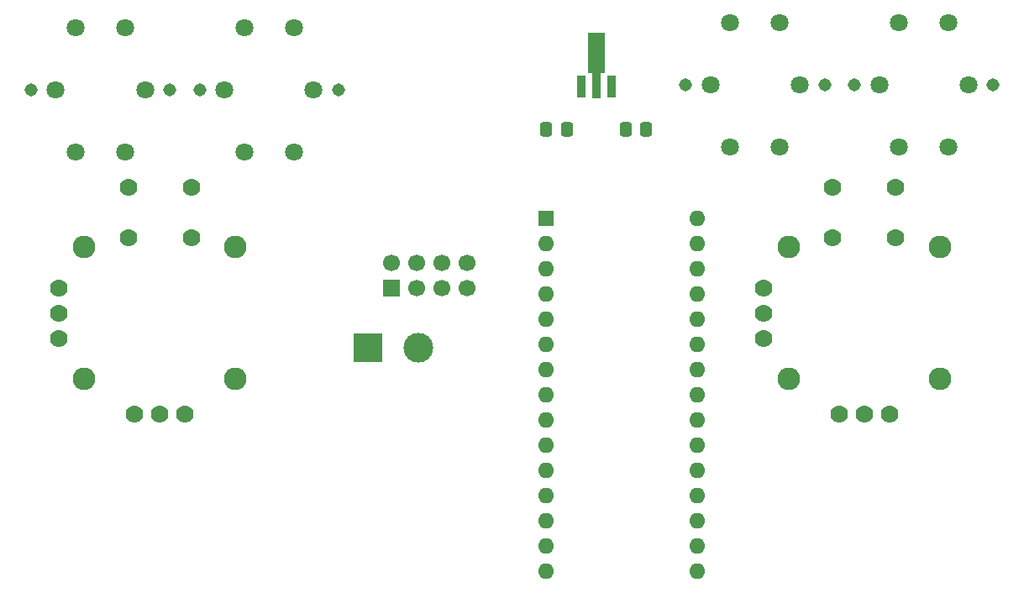
<source format=gbr>
%TF.GenerationSoftware,KiCad,Pcbnew,(6.0.9)*%
%TF.CreationDate,2023-02-05T16:32:41+11:00*%
%TF.ProjectId,RemoteController001,52656d6f-7465-4436-9f6e-74726f6c6c65,rev?*%
%TF.SameCoordinates,Original*%
%TF.FileFunction,Soldermask,Top*%
%TF.FilePolarity,Negative*%
%FSLAX46Y46*%
G04 Gerber Fmt 4.6, Leading zero omitted, Abs format (unit mm)*
G04 Created by KiCad (PCBNEW (6.0.9)) date 2023-02-05 16:32:41*
%MOMM*%
%LPD*%
G01*
G04 APERTURE LIST*
G04 Aperture macros list*
%AMRoundRect*
0 Rectangle with rounded corners*
0 $1 Rounding radius*
0 $2 $3 $4 $5 $6 $7 $8 $9 X,Y pos of 4 corners*
0 Add a 4 corners polygon primitive as box body*
4,1,4,$2,$3,$4,$5,$6,$7,$8,$9,$2,$3,0*
0 Add four circle primitives for the rounded corners*
1,1,$1+$1,$2,$3*
1,1,$1+$1,$4,$5*
1,1,$1+$1,$6,$7*
1,1,$1+$1,$8,$9*
0 Add four rect primitives between the rounded corners*
20,1,$1+$1,$2,$3,$4,$5,0*
20,1,$1+$1,$4,$5,$6,$7,0*
20,1,$1+$1,$6,$7,$8,$9,0*
20,1,$1+$1,$8,$9,$2,$3,0*%
%AMFreePoly0*
4,1,9,5.362500,-0.866500,1.237500,-0.866500,1.237500,-0.450000,-1.237500,-0.450000,-1.237500,0.450000,1.237500,0.450000,1.237500,0.866500,5.362500,0.866500,5.362500,-0.866500,5.362500,-0.866500,$1*%
G04 Aperture macros list end*
%ADD10C,1.800000*%
%ADD11C,1.308000*%
%ADD12R,3.000000X3.000000*%
%ADD13C,3.000000*%
%ADD14R,1.700000X1.700000*%
%ADD15C,1.700000*%
%ADD16R,0.900000X2.300000*%
%ADD17FreePoly0,90.000000*%
%ADD18RoundRect,0.250000X0.337500X0.475000X-0.337500X0.475000X-0.337500X-0.475000X0.337500X-0.475000X0*%
%ADD19R,1.600000X1.600000*%
%ADD20O,1.600000X1.600000*%
%ADD21C,1.778000*%
%ADD22C,2.286000*%
G04 APERTURE END LIST*
D10*
%TO.C,S3*%
X141500000Y-79000000D03*
X132500000Y-79000000D03*
X134500000Y-72750000D03*
X139500000Y-72750000D03*
X134500000Y-85250000D03*
X139500000Y-85250000D03*
D11*
X130000000Y-79000000D03*
X144000000Y-79000000D03*
%TD*%
D12*
%TO.C,J1*%
X146960000Y-105000000D03*
D13*
X152040000Y-105000000D03*
%TD*%
D14*
%TO.C,U4*%
X149375000Y-99000000D03*
D15*
X149375000Y-96460000D03*
X151915000Y-99000000D03*
X151915000Y-96460000D03*
X154455000Y-99000000D03*
X154455000Y-96460000D03*
X156995000Y-99000000D03*
X156995000Y-96460000D03*
%TD*%
D16*
%TO.C,U3*%
X168500000Y-78650000D03*
D17*
X170000000Y-78562500D03*
D16*
X171500000Y-78650000D03*
%TD*%
D10*
%TO.C,S2*%
X190500000Y-78500000D03*
X181500000Y-78500000D03*
X183500000Y-72250000D03*
X188500000Y-72250000D03*
X183500000Y-84750000D03*
X188500000Y-84750000D03*
D11*
X179000000Y-78500000D03*
X193000000Y-78500000D03*
%TD*%
D10*
%TO.C,S4*%
X115500000Y-79000000D03*
X124500000Y-79000000D03*
X117500000Y-72750000D03*
X122500000Y-72750000D03*
X117500000Y-85250000D03*
X122500000Y-85250000D03*
D11*
X113000000Y-79000000D03*
X127000000Y-79000000D03*
%TD*%
D18*
%TO.C,C2*%
X175037500Y-83000000D03*
X172962500Y-83000000D03*
%TD*%
D19*
%TO.C,A1*%
X164890000Y-91950000D03*
D20*
X164890000Y-94490000D03*
X164890000Y-97030000D03*
X164890000Y-99570000D03*
X164890000Y-102110000D03*
X164890000Y-104650000D03*
X164890000Y-107190000D03*
X164890000Y-109730000D03*
X164890000Y-112270000D03*
X164890000Y-114810000D03*
X164890000Y-117350000D03*
X164890000Y-119890000D03*
X164890000Y-122430000D03*
X164890000Y-124970000D03*
X164890000Y-127510000D03*
X180130000Y-127510000D03*
X180130000Y-124970000D03*
X180130000Y-122430000D03*
X180130000Y-119890000D03*
X180130000Y-117350000D03*
X180130000Y-114810000D03*
X180130000Y-112270000D03*
X180130000Y-109730000D03*
X180130000Y-107190000D03*
X180130000Y-104650000D03*
X180130000Y-102110000D03*
X180130000Y-99570000D03*
X180130000Y-97030000D03*
X180130000Y-94490000D03*
X180130000Y-91950000D03*
%TD*%
D21*
%TO.C,U1*%
X193825000Y-88800000D03*
X200175000Y-88800000D03*
X193825000Y-93880000D03*
X200175000Y-93880000D03*
X194460000Y-111660000D03*
X197000000Y-111660000D03*
X199540000Y-111660000D03*
D22*
X189380000Y-94832500D03*
X189380000Y-108167500D03*
X204620000Y-108167500D03*
X204620000Y-94832500D03*
D21*
X186840000Y-98960000D03*
X186840000Y-101500000D03*
X186840000Y-104040000D03*
%TD*%
D10*
%TO.C,S1*%
X207500000Y-78500000D03*
X198500000Y-78500000D03*
X200500000Y-72250000D03*
X205500000Y-72250000D03*
X200500000Y-84750000D03*
X205500000Y-84750000D03*
D11*
X196000000Y-78500000D03*
X210000000Y-78500000D03*
%TD*%
D21*
%TO.C,U2*%
X122825000Y-88800000D03*
X129175000Y-88800000D03*
X122825000Y-93880000D03*
X129175000Y-93880000D03*
X123460000Y-111660000D03*
X126000000Y-111660000D03*
X128540000Y-111660000D03*
D22*
X118380000Y-94832500D03*
X118380000Y-108167500D03*
X133620000Y-108167500D03*
X133620000Y-94832500D03*
D21*
X115840000Y-98960000D03*
X115840000Y-101500000D03*
X115840000Y-104040000D03*
%TD*%
D18*
%TO.C,C1*%
X167037500Y-83000000D03*
X164962500Y-83000000D03*
%TD*%
M02*

</source>
